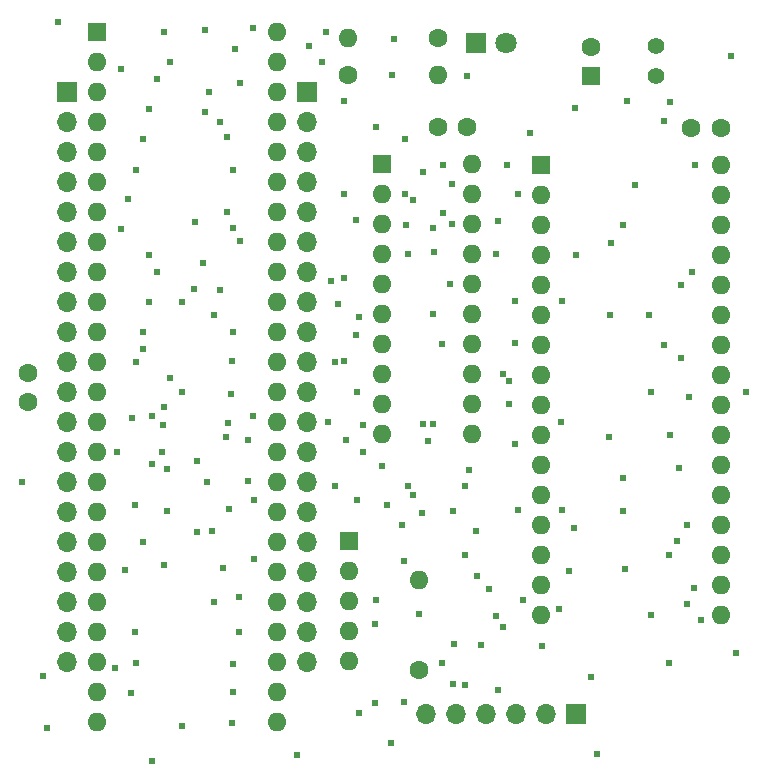
<source format=gbs>
%TF.GenerationSoftware,KiCad,Pcbnew,7.0.8*%
%TF.CreationDate,2024-06-12T14:18:58+09:00*%
%TF.ProjectId,MEZ68K8_RAM,4d455a36-384b-4385-9f52-414d2e6b6963,Rev 1.2*%
%TF.SameCoordinates,PX65317e4PY8319cac*%
%TF.FileFunction,Soldermask,Bot*%
%TF.FilePolarity,Negative*%
%FSLAX46Y46*%
G04 Gerber Fmt 4.6, Leading zero omitted, Abs format (unit mm)*
G04 Created by KiCad (PCBNEW 7.0.8) date 2024-06-12 14:18:58*
%MOMM*%
%LPD*%
G01*
G04 APERTURE LIST*
%ADD10C,1.600000*%
%ADD11O,1.600000X1.600000*%
%ADD12R,1.600000X1.600000*%
%ADD13R,1.800000X1.800000*%
%ADD14C,1.800000*%
%ADD15C,1.400000*%
%ADD16R,1.700000X1.700000*%
%ADD17O,1.700000X1.700000*%
%ADD18C,0.605000*%
G04 APERTURE END LIST*
D10*
X2885000Y34340000D03*
X2885000Y31840000D03*
D11*
X29950000Y62630000D03*
D10*
X37570000Y62630000D03*
X61530000Y55070000D03*
X59030000Y55070000D03*
D12*
X30061000Y20040000D03*
D11*
X30061000Y17500000D03*
X30061000Y14960000D03*
X30061000Y12420000D03*
X30061000Y9880000D03*
D12*
X46295000Y51940000D03*
D11*
X46295000Y49400000D03*
X46295000Y46860000D03*
X46295000Y44320000D03*
X46295000Y41780000D03*
X46295000Y39240000D03*
X46295000Y36700000D03*
X46295000Y34160000D03*
X46295000Y31620000D03*
X46295000Y29080000D03*
X46295000Y26540000D03*
X46295000Y24000000D03*
X46295000Y21460000D03*
X46295000Y18920000D03*
X46295000Y16380000D03*
X46295000Y13840000D03*
X61535000Y13840000D03*
X61535000Y16380000D03*
X61535000Y18920000D03*
X61535000Y21460000D03*
X61535000Y24000000D03*
X61535000Y26540000D03*
X61535000Y29080000D03*
X61535000Y31620000D03*
X61535000Y34160000D03*
X61535000Y36700000D03*
X61535000Y39240000D03*
X61535000Y41780000D03*
X61535000Y44320000D03*
X61535000Y46860000D03*
X61535000Y49400000D03*
X61535000Y51940000D03*
D10*
X40060000Y55105000D03*
X37560000Y55105000D03*
D13*
X40815000Y62270000D03*
D14*
X43355000Y62270000D03*
D12*
X8735000Y63210000D03*
D11*
X8735000Y60670000D03*
X8735000Y58130000D03*
X8735000Y55590000D03*
X8735000Y53050000D03*
X8735000Y50510000D03*
X8735000Y47970000D03*
X8735000Y45430000D03*
X8735000Y42890000D03*
X8735000Y40350000D03*
X8735000Y37810000D03*
X8735000Y35270000D03*
X8735000Y32730000D03*
X8735000Y30190000D03*
X8735000Y27650000D03*
X8735000Y25110000D03*
X8735000Y22570000D03*
X8735000Y20030000D03*
X8735000Y17490000D03*
X8735000Y14950000D03*
X8735000Y12410000D03*
X8735000Y9870000D03*
X8735000Y7330000D03*
X8735000Y4790000D03*
X23975000Y4790000D03*
X23975000Y7330000D03*
X23975000Y9870000D03*
X23975000Y12410000D03*
X23975000Y14950000D03*
X23975000Y17490000D03*
X23975000Y20030000D03*
X23975000Y22570000D03*
X23975000Y25110000D03*
X23975000Y27650000D03*
X23975000Y30190000D03*
X23975000Y32730000D03*
X23975000Y35270000D03*
X23975000Y37810000D03*
X23975000Y40350000D03*
X23975000Y42890000D03*
X23975000Y45430000D03*
X23975000Y47970000D03*
X23975000Y50510000D03*
X23975000Y53050000D03*
X23975000Y55590000D03*
X23975000Y58130000D03*
X23975000Y60670000D03*
X23975000Y63210000D03*
D15*
X56060000Y59420000D03*
X56060000Y61960000D03*
D16*
X49310000Y5390000D03*
D17*
X46770000Y5390000D03*
X44230000Y5390000D03*
X41690000Y5390000D03*
X39150000Y5390000D03*
X36610000Y5390000D03*
D12*
X50550000Y59420000D03*
D10*
X50550000Y61920000D03*
X36020000Y9140000D03*
D11*
X36020000Y16760000D03*
D10*
X29950000Y59570000D03*
D11*
X37570000Y59570000D03*
D12*
X32860000Y51985000D03*
D11*
X32860000Y49445000D03*
X32860000Y46905000D03*
X32860000Y44365000D03*
X32860000Y41825000D03*
X32860000Y39285000D03*
X32860000Y36745000D03*
X32860000Y34205000D03*
X32860000Y31665000D03*
X32860000Y29125000D03*
X40480000Y29125000D03*
X40480000Y31665000D03*
X40480000Y34205000D03*
X40480000Y36745000D03*
X40480000Y39285000D03*
X40480000Y41825000D03*
X40480000Y44365000D03*
X40480000Y46905000D03*
X40480000Y49445000D03*
X40480000Y51985000D03*
D16*
X26510000Y58130000D03*
D17*
X26510000Y55590000D03*
X26510000Y53050000D03*
X26510000Y50510000D03*
X26510000Y47970000D03*
X26510000Y45430000D03*
X26510000Y42890000D03*
X26510000Y40350000D03*
X26510000Y37810000D03*
X26510000Y35270000D03*
X26510000Y32730000D03*
X26510000Y30190000D03*
X26510000Y27650000D03*
X26510000Y25110000D03*
X26510000Y22570000D03*
X26510000Y20030000D03*
X26510000Y17490000D03*
X26510000Y14950000D03*
X26510000Y12410000D03*
X26510000Y9870000D03*
D16*
X6190000Y58130000D03*
D17*
X6190000Y55590000D03*
X6190000Y53050000D03*
X6190000Y50510000D03*
X6190000Y47970000D03*
X6190000Y45430000D03*
X6190000Y42890000D03*
X6190000Y40350000D03*
X6190000Y37810000D03*
X6190000Y35270000D03*
X6190000Y32730000D03*
X6190000Y30190000D03*
X6190000Y27650000D03*
X6190000Y25110000D03*
X6190000Y22570000D03*
X6190000Y20030000D03*
X6190000Y17490000D03*
X6190000Y14950000D03*
X6190000Y12410000D03*
X6190000Y9870000D03*
D18*
X33840000Y62610000D03*
X33730000Y59530000D03*
X13410000Y30700000D03*
X21970000Y30700000D03*
X21970000Y63490000D03*
X15940000Y32720000D03*
X15940000Y4390000D03*
X33630000Y2950000D03*
X40060000Y59420000D03*
X15940000Y40350000D03*
X17860000Y63380000D03*
X50550000Y8560000D03*
X34890000Y46870000D03*
X33270000Y23130000D03*
X46370000Y11190000D03*
X40910000Y17080000D03*
X53570000Y57290000D03*
X18620000Y14880000D03*
X53420000Y17730000D03*
X58810000Y32240000D03*
X20270000Y7330000D03*
X53220000Y22590000D03*
X21470000Y25120000D03*
X20190000Y4650000D03*
X55460000Y39220000D03*
X44330000Y22690000D03*
X51030000Y2010000D03*
X32859998Y26420000D03*
X20430000Y61700000D03*
X20240000Y37760000D03*
X38010000Y51880000D03*
X62860000Y10590000D03*
X57980000Y26290000D03*
X29810000Y28610000D03*
X62380000Y61130000D03*
X21500000Y28650000D03*
X19840000Y30031100D03*
X14410000Y18080000D03*
X32370000Y55170000D03*
X20270000Y9690000D03*
X38920000Y11370000D03*
X11990000Y9770000D03*
X19392874Y17777615D03*
X63680000Y32730000D03*
X4450000Y4250000D03*
X44100000Y40360000D03*
X10390000Y27640000D03*
X48070000Y40360000D03*
X20140000Y35350000D03*
X42690000Y47170000D03*
X41230000Y11230000D03*
X14340000Y29880000D03*
X48100000Y22680000D03*
X48670000Y17540000D03*
X20070000Y32540000D03*
X14190000Y27629998D03*
X43400000Y51880000D03*
X2360000Y25110000D03*
X28310000Y30190000D03*
X52080000Y28840000D03*
X52160000Y39220000D03*
X36760000Y28520000D03*
X54270000Y50260000D03*
X44100000Y36840000D03*
X11590000Y7170000D03*
X52270000Y45340000D03*
X5420000Y64050000D03*
X37160000Y46580000D03*
X44080000Y28250000D03*
X45360000Y54600000D03*
X26680000Y62000000D03*
X36280000Y22410000D03*
X38900000Y22640000D03*
X48030000Y30130000D03*
X13410000Y26570000D03*
X13360000Y1470000D03*
X13160000Y44290000D03*
X13160000Y56680000D03*
X13160000Y40340000D03*
X12580000Y37810000D03*
X58160000Y41780000D03*
X12580000Y54080000D03*
X58160000Y35610000D03*
X12000000Y35270000D03*
X12000000Y51530000D03*
X20249998Y46550000D03*
X20250000Y51530000D03*
X11650000Y30530000D03*
X11380000Y49060004D03*
X30730000Y23540000D03*
X25638576Y1990656D03*
X34570000Y21460000D03*
X30710000Y32730000D03*
X39840000Y18920000D03*
X28850000Y35260000D03*
X39840000Y7920000D03*
X35030000Y44370000D03*
X35030000Y24770000D03*
X42680000Y7500000D03*
X39840000Y24770000D03*
X28850000Y24770000D03*
X34721094Y18400000D03*
X34720000Y6410000D03*
X30690000Y37490000D03*
X55600000Y32700000D03*
X30890000Y5480000D03*
X32360000Y15100000D03*
X47860000Y14290000D03*
X44770000Y15100000D03*
X55610000Y13840000D03*
X30900000Y39070000D03*
X59280000Y16090000D03*
X38802454Y46901870D03*
X41950000Y16023944D03*
X38800000Y50320000D03*
X58640000Y21460000D03*
X42490000Y44360000D03*
X37990000Y47810000D03*
X58640000Y14770000D03*
X42490000Y13700000D03*
X10730001Y46489999D03*
X10730000Y60050000D03*
X11070000Y17630000D03*
X32230000Y13060000D03*
X29620000Y35280000D03*
X59870000Y13350000D03*
X43060000Y12780000D03*
X43060000Y34200000D03*
X32220000Y6340000D03*
X29620000Y42360000D03*
X57110000Y18920000D03*
X37290000Y44520000D03*
X37960000Y36740000D03*
X57110000Y9760000D03*
X37960000Y9760000D03*
X17200000Y26810000D03*
X36340000Y51290000D03*
X36340000Y29980000D03*
X31270000Y27650000D03*
X31270000Y29870000D03*
X17200000Y20800000D03*
X59140000Y42870000D03*
X13760000Y59230002D03*
X13760000Y42890000D03*
X57240000Y57230000D03*
X20830000Y45440000D03*
X57240000Y29080000D03*
X20830000Y58830000D03*
X19700000Y54270000D03*
X56708900Y36700000D03*
X56708900Y55640000D03*
X19700000Y47970000D03*
X59370000Y51940000D03*
X38880000Y7930000D03*
X4140000Y8680000D03*
X12590000Y36350000D03*
X12610000Y20030000D03*
X49240000Y44320000D03*
X17890000Y56420000D03*
X17720000Y43620000D03*
X49200000Y56750000D03*
X16969998Y41439998D03*
X16978900Y47080000D03*
X30690000Y47240000D03*
X19630000Y28840000D03*
X19870000Y22780000D03*
X20730000Y12410000D03*
X11970000Y23160000D03*
X20730000Y15350000D03*
X11970000Y12410000D03*
X57840000Y20050000D03*
X21990000Y23550000D03*
X21990000Y18560000D03*
X53290000Y25440000D03*
X14630000Y26190000D03*
X53290000Y46870000D03*
X14630000Y22580000D03*
X49130000Y21160000D03*
X18460000Y20920000D03*
X18010000Y25100000D03*
X10280000Y9330000D03*
X40840000Y20910000D03*
X36020000Y13890000D03*
X29670000Y49450000D03*
X35510000Y23990000D03*
X35510000Y48910000D03*
X29670000Y57320000D03*
X40230000Y26070000D03*
X27800000Y60670000D03*
X28550000Y42120000D03*
X38590000Y41830000D03*
X28100000Y63210006D03*
X37150000Y29980000D03*
X29088900Y40150000D03*
X37150000Y39290000D03*
X14360000Y31430000D03*
X14360000Y63210000D03*
X14900000Y33840000D03*
X43620000Y31660000D03*
X43620000Y33610000D03*
X14900000Y60670000D03*
X18610000Y39170000D03*
X18220000Y58130000D03*
X19160000Y41320000D03*
X19150000Y55590000D03*
X44390000Y49440000D03*
X34820000Y49450000D03*
X34820000Y54120000D03*
M02*

</source>
